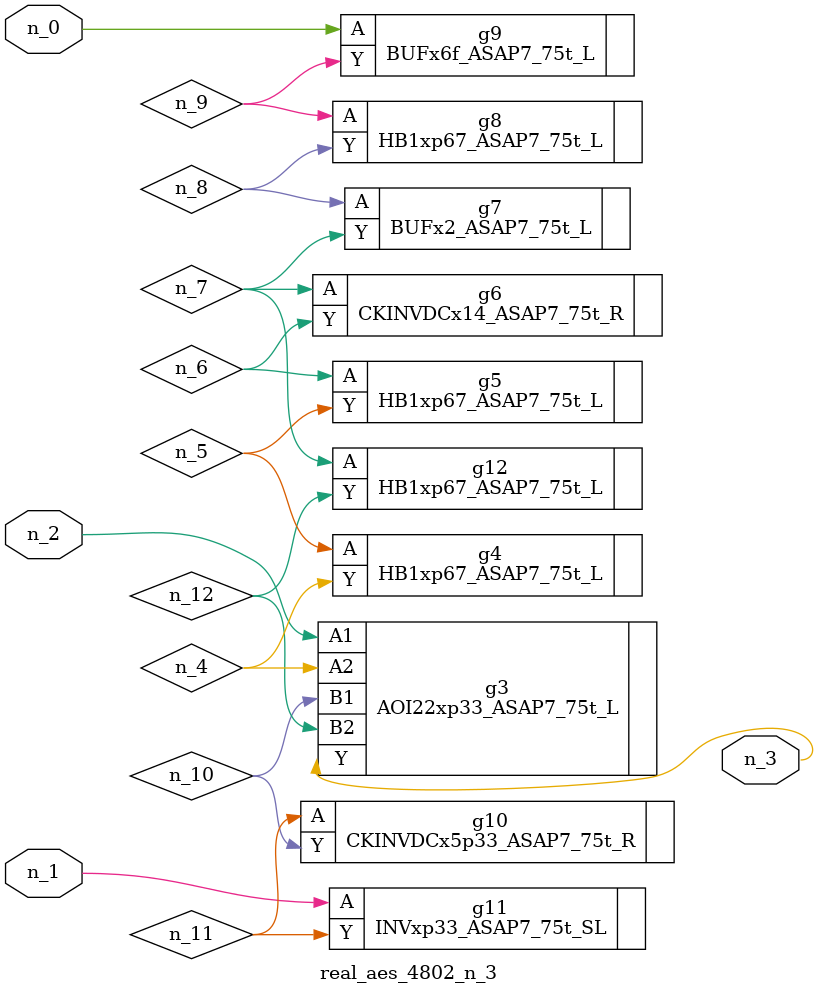
<source format=v>
module real_aes_4802_n_3 (n_0, n_2, n_1, n_3);
input n_0;
input n_2;
input n_1;
output n_3;
wire n_4;
wire n_5;
wire n_7;
wire n_8;
wire n_12;
wire n_6;
wire n_9;
wire n_10;
wire n_11;
BUFx6f_ASAP7_75t_L g9 ( .A(n_0), .Y(n_9) );
INVxp33_ASAP7_75t_SL g11 ( .A(n_1), .Y(n_11) );
AOI22xp33_ASAP7_75t_L g3 ( .A1(n_2), .A2(n_4), .B1(n_10), .B2(n_12), .Y(n_3) );
HB1xp67_ASAP7_75t_L g4 ( .A(n_5), .Y(n_4) );
HB1xp67_ASAP7_75t_L g5 ( .A(n_6), .Y(n_5) );
CKINVDCx14_ASAP7_75t_R g6 ( .A(n_7), .Y(n_6) );
HB1xp67_ASAP7_75t_L g12 ( .A(n_7), .Y(n_12) );
BUFx2_ASAP7_75t_L g7 ( .A(n_8), .Y(n_7) );
HB1xp67_ASAP7_75t_L g8 ( .A(n_9), .Y(n_8) );
CKINVDCx5p33_ASAP7_75t_R g10 ( .A(n_11), .Y(n_10) );
endmodule
</source>
